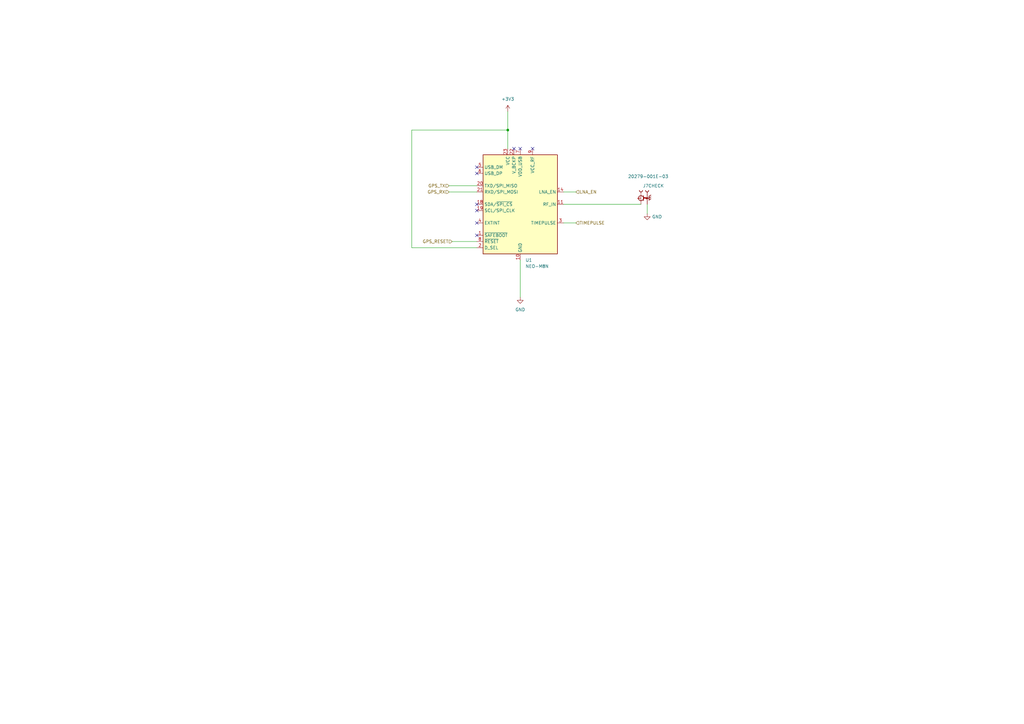
<source format=kicad_sch>
(kicad_sch (version 20250114) (generator "eeschema") (generator_version "9.0")
  (paper "A3")
  (lib_symbols
    (symbol "20279-001E-03:20279-001E-03" (pin_names (offset 1.016))
      (property "Reference" "J" (at -3.81 1.524 0))
      (property "Value" "20279-001E-03" (at -4.064 -6.858 0))
      (symbol "20279-001E-03_0_0"
        (arc (start -3.175 0.635) (mid -2.5427 0) (end -3.175 -0.635) (stroke (width 0.254)))
        (arc (start -3.175 -1.905) (mid -2.5427 -2.54) (end -3.175 -3.175) (stroke (width 0.254)))
        (polyline (pts (xy -1.016 -1.016) (xy 0 -1.016)) (stroke (width 0.254)))
        (polyline (pts (xy -0.762 -3.302) (xy -1.27 -4.064)) (stroke (width 0.254)))
        (circle (center 0 0) (radius 1.016) (stroke (width 0.254)))
        (polyline (pts (xy 0 -1.016) (xy 0 -3.302)) (stroke (width 0.254)))
        (polyline (pts (xy 0 -1.016) (xy 1.016 -1.016)) (stroke (width 0.254)))
        (circle (center 0 -2.54) (radius 0.254) (stroke (width 0.254)))
        (polyline (pts (xy 0 -3.302) (xy -0.762 -3.302)) (stroke (width 0.254)))
        (polyline (pts (xy 0 -3.302) (xy -0.508 -4.064)) (stroke (width 0.254)))
        (polyline (pts (xy 0 -3.302) (xy 0.762 -3.302)) (stroke (width 0.254)))
        (polyline (pts (xy 0.762 -3.302) (xy 0.254 -4.064)) (stroke (width 0.254)))
        (pin passive line (at 2.54 0 180) (length 5.08) (name "~") (number "1"))
        (pin passive line (at 2.54 -2.54 180) (length 5.08) (name "~") (number "2"))
        (pin passive line (at 2.54 -2.54 180) (length 5.08) (name "~") (number "3"))
      )
    )
    (symbol "RF_GPS:NEO-M8N"
      (property "Reference" "U" (at -13.97 21.59 0))
      (property "Value" "NEO-M8N" (at 11.43 21.59 0))
      (symbol "NEO-M8N_0_1"
        (rectangle (start -15.24 20.32) (end 15.24 -20.32) (stroke (width 0.254)) (fill (type background)))
      )
      (symbol "NEO-M8N_1_1"
        (pin bidirectional line (at -17.78 15.24 0) (length 2.54) (name "USB_DM") (number "5"))
        (pin bidirectional line (at -17.78 12.7 0) (length 2.54) (name "USB_DP") (number "6"))
        (pin output line (at -17.78 7.62 0) (length 2.54) (name "TXD/SPI_MISO") (number "20"))
        (pin input line (at -17.78 5.08 0) (length 2.54) (name "RXD/SPI_MOSI") (number "21"))
        (pin bidirectional line (at -17.78 0 0) (length 2.54) (name "SDA/~{SPI_CS}") (number "18"))
        (pin input line (at -17.78 -2.54 0) (length 2.54) (name "SCL/SPI_CLK") (number "19"))
        (pin input line (at -17.78 -7.62 0) (length 2.54) (name "EXTINT") (number "4"))
        (pin input line (at -17.78 -12.7 0) (length 2.54) (name "~{SAFEBOOT}") (number "1"))
        (pin input line (at -17.78 -15.24 0) (length 2.54) (name "~{RESET}") (number "8"))
        (pin input line (at -17.78 -17.78 0) (length 2.54) (name "D_SEL") (number "2"))
        (pin power_in line (at -5.08 22.86 270) (length 2.54) (name "VCC") (number "23"))
        (pin power_in line (at -2.54 22.86 270) (length 2.54) (name "V_BCKP") (number "22"))
        (pin power_in line (at 0 22.86 270) (length 2.54) (name "VDD_USB") (number "7"))
        (pin power_in line (at 0 -22.86 90) (length 2.54) (name "GND") (number "10"))
        (pin passive line (at 0 -22.86 90) (length 2.54) (hide yes) (name "GND") (number "12"))
        (pin passive line (at 0 -22.86 90) (length 2.54) (hide yes) (name "GND") (number "13"))
        (pin passive line (at 0 -22.86 90) (length 2.54) (hide yes) (name "GND") (number "24"))
        (pin power_out line (at 5.08 22.86 270) (length 2.54) (name "VCC_RF") (number "9"))
        (pin no_connect line (at 15.24 -10.16 180) (length 2.54) (hide yes) (name "RESERVED") (number "15"))
        (pin no_connect line (at 15.24 -12.7 180) (length 2.54) (hide yes) (name "RESERVED") (number "16"))
        (pin no_connect line (at 15.24 -15.24 180) (length 2.54) (hide yes) (name "RESERVED") (number "17"))
        (pin output line (at 17.78 5.08 180) (length 2.54) (name "LNA_EN") (number "14"))
        (pin input line (at 17.78 0 180) (length 2.54) (name "RF_IN") (number "11"))
        (pin output line (at 17.78 -7.62 180) (length 2.54) (name "TIMEPULSE") (number "3"))
      )
    )
    (symbol "power:+3V3" (power) (pin_numbers (hide yes)) (pin_names (offset 0) (hide yes))
      (property "Value" "+3V3" (at 0 3.556 0))
      (symbol "+3V3_0_1"
        (polyline (pts (xy -0.762 1.27) (xy 0 2.54)))
        (polyline (pts (xy 0 2.54) (xy 0.762 1.27)))
        (polyline (pts (xy 0 0) (xy 0 2.54)))
      )
      (symbol "+3V3_1_1"
        (pin power_in line (at 0 0 90) (length 0) (name "~") (number "1"))
      )
    )
    (symbol "power:GND" (power) (pin_numbers (hide yes)) (pin_names (offset 0) (hide yes))
      (property "Value" "GND" (at 0 -3.81 0))
      (symbol "GND_0_1"
        (polyline (pts (xy 0 0) (xy 0 -1.27) (xy 1.27 -1.27) (xy 0 -2.54) (xy -1.27 -1.27) (xy 0 -1.27)))
      )
      (symbol "GND_1_1"
        (pin power_in line (at 0 0 270) (length 0) (name "~") (number "1"))
      )
    )
  )
  (junction (at 208.28 53.34))
  (no_connect (at 195.58 71.12))
  (no_connect (at 213.36 60.96))
  (no_connect (at 218.44 60.96))
  (no_connect (at 195.58 86.36))
  (no_connect (at 210.82 60.96))
  (no_connect (at 195.58 68.58))
  (no_connect (at 195.58 96.52))
  (no_connect (at 195.58 83.82))
  (no_connect (at 195.58 91.44))
  (wire (pts (xy 236.22 91.44) (xy 231.14 91.44)))
  (wire (pts (xy 168.91 101.6) (xy 168.91 53.34)))
  (wire (pts (xy 236.22 78.74) (xy 231.14 78.74)))
  (wire (pts (xy 184.15 78.74) (xy 195.58 78.74)))
  (wire (pts (xy 185.42 99.06) (xy 195.58 99.06)))
  (wire (pts (xy 265.43 83.82) (xy 265.43 87.63)))
  (wire (pts (xy 208.28 45.72) (xy 208.28 53.34)))
  (wire (pts (xy 168.91 53.34) (xy 208.28 53.34)))
  (wire (pts (xy 213.36 121.92) (xy 213.36 106.68)))
  (wire (pts (xy 231.14 83.82) (xy 262.89 83.82)))
  (wire (pts (xy 195.58 101.6) (xy 168.91 101.6)))
  (wire (pts (xy 184.15 76.2) (xy 195.58 76.2)))
  (wire (pts (xy 208.28 53.34) (xy 208.28 60.96)))
  (hierarchical_label "GPS_RESET" (shape input) (at 185.42 99.06 180))
  (hierarchical_label "TIMEPULSE" (shape input) (at 236.22 91.44 0))
  (hierarchical_label "GPS_TX" (shape input) (at 184.15 76.2 180))
  (hierarchical_label "GPS_RX" (shape input) (at 184.15 78.74 180))
  (hierarchical_label "LNA_EN" (shape input) (at 236.22 78.74 0))
  (symbol (lib_id "power:GND") (at 213.36 121.92 0) (unit 1)
    (property "Reference" "#PWR037" (effects (hide yes)))
    (property "Value" "GND" (at 213.36 127 0))
    (property "Description" "Power symbol creates a global label with name \"GND\" , ground" (effects (hide yes)))
  )
  (symbol (lib_id "20279-001E-03:20279-001E-03") (at 262.89 81.28 90) (mirror x) (unit 1)
    (property "Reference" "J7CHECK" (at 263.652 76.2 90) (effects (justify right)))
    (property "Value" "20279-001E-03" (at 257.556 72.39 90) (effects (justify right)))
    (property "Footprint" "footprints:IPEX_20279-001E-03" (effects (hide yes)))
    (property "MF" "I-PEX" (effects (hide yes)))
    (property "MAXIMUM_PACKAGE_HEIGHT" "1.25mm" (effects (hide yes)))
    (property "Package" "None" (effects (hide yes)))
    (property "Price" "None" (effects (hide yes)))
    (property "Check_prices" "https://www.snapeda.com/parts/20279-001E-03/I-PEX/view-part/?ref=eda" (effects (hide yes)))
    (property "STANDARD" "Manufacturer Recommendations" (effects (hide yes)))
    (property "PARTREV" "32" (effects (hide yes)))
    (property "SnapEDA_Link" "https://www.snapeda.com/parts/20279-001E-03/I-PEX/view-part/?ref=snap" (effects (hide yes)))
    (property "MP" "20279-001E-03" (effects (hide yes)))
    (property "Description_1" "1 POS Vertical SMD Small form factor with big performance through 6 GHz connector,MHF, RF, micro-coaxial MHF I Receptacle" (effects (hide yes)))
    (property "Availability" "In Stock" (effects (hide yes)))
    (property "MANUFACTURER" "I-PEX" (effects (hide yes)))
  )
  (symbol (lib_id "power:+3V3") (at 208.28 45.72 0) (unit 1)
    (property "Reference" "#PWR032" (effects (hide yes)))
    (property "Value" "+3V3" (at 208.28 40.64 0))
    (property "Description" "Power symbol creates a global label with name \"+3V3\"" (effects (hide yes)))
  )
  (symbol (lib_id "RF_GPS:NEO-M8N") (at 213.36 83.82 0) (unit 1)
    (property "Reference" "U1" (at 215.5033 106.68 0) (effects (justify left)))
    (property "Value" "NEO-M8N" (at 215.5033 109.22 0) (effects (justify left)))
    (property "Footprint" "RF_GPS:ublox_NEO" (effects (hide yes)))
    (property "Datasheet" "https://content.u-blox.com/sites/default/files/NEO-M8-FW3_DataSheet_UBX-15031086.pdf" (effects (hide yes)))
    (property "Description" "GNSS Module NEO M8, VCC 2.7V to 3.6V" (effects (hide yes)))
  )
  (symbol (lib_id "power:GND") (at 265.43 87.63 0) (mirror y) (unit 1)
    (property "Reference" "#PWR036" (effects (hide yes)))
    (property "Value" "GND" (at 271.526 88.9 0) (effects (justify left)))
    (property "Description" "Power symbol creates a global label with name \"GND\" , ground" (effects (hide yes)))
  )
)
</source>
